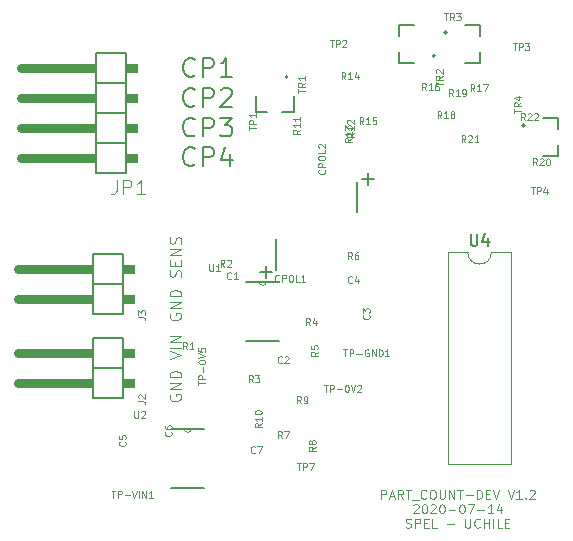
<source format=gbr>
G04 #@! TF.GenerationSoftware,KiCad,Pcbnew,(5.1.2)-2*
G04 #@! TF.CreationDate,2021-11-10T11:30:02-03:00*
G04 #@! TF.ProjectId,PC_V1.2,50435f56-312e-4322-9e6b-696361645f70,rev?*
G04 #@! TF.SameCoordinates,Original*
G04 #@! TF.FileFunction,Legend,Top*
G04 #@! TF.FilePolarity,Positive*
%FSLAX46Y46*%
G04 Gerber Fmt 4.6, Leading zero omitted, Abs format (unit mm)*
G04 Created by KiCad (PCBNEW (5.1.2)-2) date 2021-11-10 11:30:02*
%MOMM*%
%LPD*%
G04 APERTURE LIST*
%ADD10C,0.134112*%
%ADD11C,0.081280*%
%ADD12C,0.065024*%
%ADD13C,0.120000*%
%ADD14C,0.127000*%
%ADD15C,0.203200*%
%ADD16C,0.200000*%
%ADD17C,0.152400*%
%ADD18C,0.100000*%
%ADD19C,0.762000*%
%ADD20C,0.150000*%
%ADD21C,0.046329*%
%ADD22C,0.115824*%
%ADD23C,0.057912*%
%ADD24C,0.120650*%
G04 APERTURE END LIST*
D10*
X135409504Y-88914142D02*
X135333667Y-88989979D01*
X135106155Y-89065816D01*
X134954481Y-89065816D01*
X134726969Y-88989979D01*
X134575295Y-88838305D01*
X134499458Y-88686631D01*
X134423621Y-88383282D01*
X134423621Y-88155771D01*
X134499458Y-87852422D01*
X134575295Y-87700748D01*
X134726969Y-87549074D01*
X134954481Y-87473236D01*
X135106155Y-87473236D01*
X135333667Y-87549074D01*
X135409504Y-87624911D01*
X136092038Y-89065816D02*
X136092038Y-87473236D01*
X136698735Y-87473236D01*
X136850409Y-87549074D01*
X136926247Y-87624911D01*
X137002084Y-87776585D01*
X137002084Y-88004096D01*
X136926247Y-88155771D01*
X136850409Y-88231608D01*
X136698735Y-88307445D01*
X136092038Y-88307445D01*
X138518827Y-89065816D02*
X137608781Y-89065816D01*
X138063804Y-89065816D02*
X138063804Y-87473236D01*
X137912129Y-87700748D01*
X137760455Y-87852422D01*
X137608781Y-87928259D01*
X135409504Y-91437124D02*
X135333667Y-91512961D01*
X135106155Y-91588798D01*
X134954481Y-91588798D01*
X134726969Y-91512961D01*
X134575295Y-91361287D01*
X134499458Y-91209613D01*
X134423621Y-90906264D01*
X134423621Y-90678753D01*
X134499458Y-90375404D01*
X134575295Y-90223730D01*
X134726969Y-90072056D01*
X134954481Y-89996218D01*
X135106155Y-89996218D01*
X135333667Y-90072056D01*
X135409504Y-90147893D01*
X136092038Y-91588798D02*
X136092038Y-89996218D01*
X136698735Y-89996218D01*
X136850409Y-90072056D01*
X136926247Y-90147893D01*
X137002084Y-90299567D01*
X137002084Y-90527078D01*
X136926247Y-90678753D01*
X136850409Y-90754590D01*
X136698735Y-90830427D01*
X136092038Y-90830427D01*
X137608781Y-90147893D02*
X137684618Y-90072056D01*
X137836292Y-89996218D01*
X138215478Y-89996218D01*
X138367152Y-90072056D01*
X138442989Y-90147893D01*
X138518827Y-90299567D01*
X138518827Y-90451241D01*
X138442989Y-90678753D01*
X137532944Y-91588798D01*
X138518827Y-91588798D01*
X135409504Y-93960106D02*
X135333667Y-94035943D01*
X135106155Y-94111780D01*
X134954481Y-94111780D01*
X134726969Y-94035943D01*
X134575295Y-93884269D01*
X134499458Y-93732595D01*
X134423621Y-93429246D01*
X134423621Y-93201735D01*
X134499458Y-92898386D01*
X134575295Y-92746712D01*
X134726969Y-92595038D01*
X134954481Y-92519200D01*
X135106155Y-92519200D01*
X135333667Y-92595038D01*
X135409504Y-92670875D01*
X136092038Y-94111780D02*
X136092038Y-92519200D01*
X136698735Y-92519200D01*
X136850409Y-92595038D01*
X136926247Y-92670875D01*
X137002084Y-92822549D01*
X137002084Y-93050060D01*
X136926247Y-93201735D01*
X136850409Y-93277572D01*
X136698735Y-93353409D01*
X136092038Y-93353409D01*
X137532944Y-92519200D02*
X138518827Y-92519200D01*
X137987967Y-93125898D01*
X138215478Y-93125898D01*
X138367152Y-93201735D01*
X138442989Y-93277572D01*
X138518827Y-93429246D01*
X138518827Y-93808432D01*
X138442989Y-93960106D01*
X138367152Y-94035943D01*
X138215478Y-94111780D01*
X137760455Y-94111780D01*
X137608781Y-94035943D01*
X137532944Y-93960106D01*
X135409504Y-96483088D02*
X135333667Y-96558925D01*
X135106155Y-96634762D01*
X134954481Y-96634762D01*
X134726969Y-96558925D01*
X134575295Y-96407251D01*
X134499458Y-96255577D01*
X134423621Y-95952228D01*
X134423621Y-95724717D01*
X134499458Y-95421368D01*
X134575295Y-95269694D01*
X134726969Y-95118020D01*
X134954481Y-95042182D01*
X135106155Y-95042182D01*
X135333667Y-95118020D01*
X135409504Y-95193857D01*
X136092038Y-96634762D02*
X136092038Y-95042182D01*
X136698735Y-95042182D01*
X136850409Y-95118020D01*
X136926247Y-95193857D01*
X137002084Y-95345531D01*
X137002084Y-95573042D01*
X136926247Y-95724717D01*
X136850409Y-95800554D01*
X136698735Y-95876391D01*
X136092038Y-95876391D01*
X138367152Y-95573042D02*
X138367152Y-96634762D01*
X137987967Y-94966345D02*
X137608781Y-96103902D01*
X138594664Y-96103902D01*
D11*
X133321900Y-109130377D02*
X133275938Y-109222301D01*
X133275938Y-109360187D01*
X133321900Y-109498072D01*
X133413823Y-109589996D01*
X133505747Y-109635958D01*
X133689595Y-109681920D01*
X133827480Y-109681920D01*
X134011328Y-109635958D01*
X134103252Y-109589996D01*
X134195176Y-109498072D01*
X134241138Y-109360187D01*
X134241138Y-109268263D01*
X134195176Y-109130377D01*
X134149214Y-109084415D01*
X133827480Y-109084415D01*
X133827480Y-109268263D01*
X134241138Y-108670758D02*
X133275938Y-108670758D01*
X134241138Y-108119215D01*
X133275938Y-108119215D01*
X134241138Y-107659596D02*
X133275938Y-107659596D01*
X133275938Y-107429787D01*
X133321900Y-107291901D01*
X133413823Y-107199977D01*
X133505747Y-107154015D01*
X133689595Y-107108053D01*
X133827480Y-107108053D01*
X134011328Y-107154015D01*
X134103252Y-107199977D01*
X134195176Y-107291901D01*
X134241138Y-107429787D01*
X134241138Y-107659596D01*
X134195176Y-106004968D02*
X134241138Y-105867082D01*
X134241138Y-105637272D01*
X134195176Y-105545348D01*
X134149214Y-105499387D01*
X134057290Y-105453425D01*
X133965366Y-105453425D01*
X133873442Y-105499387D01*
X133827480Y-105545348D01*
X133781519Y-105637272D01*
X133735557Y-105821120D01*
X133689595Y-105913044D01*
X133643633Y-105959006D01*
X133551709Y-106004968D01*
X133459785Y-106004968D01*
X133367861Y-105959006D01*
X133321900Y-105913044D01*
X133275938Y-105821120D01*
X133275938Y-105591310D01*
X133321900Y-105453425D01*
X133735557Y-105039768D02*
X133735557Y-104718034D01*
X134241138Y-104580148D02*
X134241138Y-105039768D01*
X133275938Y-105039768D01*
X133275938Y-104580148D01*
X134241138Y-104166491D02*
X133275938Y-104166491D01*
X134241138Y-103614948D01*
X133275938Y-103614948D01*
X134195176Y-103201291D02*
X134241138Y-103063406D01*
X134241138Y-102833596D01*
X134195176Y-102741672D01*
X134149214Y-102695710D01*
X134057290Y-102649748D01*
X133965366Y-102649748D01*
X133873442Y-102695710D01*
X133827480Y-102741672D01*
X133781519Y-102833596D01*
X133735557Y-103017444D01*
X133689595Y-103109368D01*
X133643633Y-103155329D01*
X133551709Y-103201291D01*
X133459785Y-103201291D01*
X133367861Y-103155329D01*
X133321900Y-103109368D01*
X133275938Y-103017444D01*
X133275938Y-102787634D01*
X133321900Y-102649748D01*
X133321900Y-115988377D02*
X133275938Y-116080301D01*
X133275938Y-116218187D01*
X133321900Y-116356072D01*
X133413823Y-116447996D01*
X133505747Y-116493958D01*
X133689595Y-116539920D01*
X133827480Y-116539920D01*
X134011328Y-116493958D01*
X134103252Y-116447996D01*
X134195176Y-116356072D01*
X134241138Y-116218187D01*
X134241138Y-116126263D01*
X134195176Y-115988377D01*
X134149214Y-115942415D01*
X133827480Y-115942415D01*
X133827480Y-116126263D01*
X134241138Y-115528758D02*
X133275938Y-115528758D01*
X134241138Y-114977215D01*
X133275938Y-114977215D01*
X134241138Y-114517596D02*
X133275938Y-114517596D01*
X133275938Y-114287787D01*
X133321900Y-114149901D01*
X133413823Y-114057977D01*
X133505747Y-114012015D01*
X133689595Y-113966053D01*
X133827480Y-113966053D01*
X134011328Y-114012015D01*
X134103252Y-114057977D01*
X134195176Y-114149901D01*
X134241138Y-114287787D01*
X134241138Y-114517596D01*
X133275938Y-112954891D02*
X134241138Y-112633158D01*
X133275938Y-112311425D01*
X134241138Y-111989691D02*
X133275938Y-111989691D01*
X134241138Y-111530072D02*
X133275938Y-111530072D01*
X134241138Y-110978529D01*
X133275938Y-110978529D01*
D12*
X151165279Y-124792646D02*
X151165279Y-124020486D01*
X151459435Y-124020486D01*
X151532974Y-124057256D01*
X151569743Y-124094025D01*
X151606513Y-124167564D01*
X151606513Y-124277873D01*
X151569743Y-124351412D01*
X151532974Y-124388181D01*
X151459435Y-124424951D01*
X151165279Y-124424951D01*
X151900669Y-124572029D02*
X152268364Y-124572029D01*
X151827130Y-124792646D02*
X152084517Y-124020486D01*
X152341903Y-124792646D01*
X153040524Y-124792646D02*
X152783138Y-124424951D01*
X152599290Y-124792646D02*
X152599290Y-124020486D01*
X152893446Y-124020486D01*
X152966985Y-124057256D01*
X153003755Y-124094025D01*
X153040524Y-124167564D01*
X153040524Y-124277873D01*
X153003755Y-124351412D01*
X152966985Y-124388181D01*
X152893446Y-124424951D01*
X152599290Y-124424951D01*
X153261141Y-124020486D02*
X153702376Y-124020486D01*
X153481759Y-124792646D02*
X153481759Y-124020486D01*
X153775915Y-124866185D02*
X154364227Y-124866185D01*
X154989309Y-124719107D02*
X154952540Y-124755876D01*
X154842231Y-124792646D01*
X154768692Y-124792646D01*
X154658383Y-124755876D01*
X154584844Y-124682337D01*
X154548075Y-124608798D01*
X154511305Y-124461720D01*
X154511305Y-124351412D01*
X154548075Y-124204334D01*
X154584844Y-124130795D01*
X154658383Y-124057256D01*
X154768692Y-124020486D01*
X154842231Y-124020486D01*
X154952540Y-124057256D01*
X154989309Y-124094025D01*
X155467313Y-124020486D02*
X155614391Y-124020486D01*
X155687930Y-124057256D01*
X155761469Y-124130795D01*
X155798239Y-124277873D01*
X155798239Y-124535259D01*
X155761469Y-124682337D01*
X155687930Y-124755876D01*
X155614391Y-124792646D01*
X155467313Y-124792646D01*
X155393774Y-124755876D01*
X155320235Y-124682337D01*
X155283465Y-124535259D01*
X155283465Y-124277873D01*
X155320235Y-124130795D01*
X155393774Y-124057256D01*
X155467313Y-124020486D01*
X156129164Y-124020486D02*
X156129164Y-124645568D01*
X156165934Y-124719107D01*
X156202703Y-124755876D01*
X156276242Y-124792646D01*
X156423320Y-124792646D01*
X156496860Y-124755876D01*
X156533629Y-124719107D01*
X156570399Y-124645568D01*
X156570399Y-124020486D01*
X156938094Y-124792646D02*
X156938094Y-124020486D01*
X157379328Y-124792646D01*
X157379328Y-124020486D01*
X157636715Y-124020486D02*
X158077949Y-124020486D01*
X157857332Y-124792646D02*
X157857332Y-124020486D01*
X158335336Y-124498490D02*
X158923648Y-124498490D01*
X159291343Y-124792646D02*
X159291343Y-124020486D01*
X159475191Y-124020486D01*
X159585500Y-124057256D01*
X159659039Y-124130795D01*
X159695808Y-124204334D01*
X159732578Y-124351412D01*
X159732578Y-124461720D01*
X159695808Y-124608798D01*
X159659039Y-124682337D01*
X159585500Y-124755876D01*
X159475191Y-124792646D01*
X159291343Y-124792646D01*
X160063503Y-124388181D02*
X160320890Y-124388181D01*
X160431199Y-124792646D02*
X160063503Y-124792646D01*
X160063503Y-124020486D01*
X160431199Y-124020486D01*
X160651816Y-124020486D02*
X160909202Y-124792646D01*
X161166589Y-124020486D01*
X161901980Y-124020486D02*
X162159366Y-124792646D01*
X162416753Y-124020486D01*
X163078604Y-124792646D02*
X162637370Y-124792646D01*
X162857987Y-124792646D02*
X162857987Y-124020486D01*
X162784448Y-124130795D01*
X162710909Y-124204334D01*
X162637370Y-124241103D01*
X163409530Y-124719107D02*
X163446300Y-124755876D01*
X163409530Y-124792646D01*
X163372760Y-124755876D01*
X163409530Y-124719107D01*
X163409530Y-124792646D01*
X163740456Y-124094025D02*
X163777225Y-124057256D01*
X163850764Y-124020486D01*
X164034612Y-124020486D01*
X164108151Y-124057256D01*
X164144920Y-124094025D01*
X164181690Y-124167564D01*
X164181690Y-124241103D01*
X164144920Y-124351412D01*
X163703686Y-124792646D01*
X164181690Y-124792646D01*
X153904608Y-125317289D02*
X153941378Y-125280520D01*
X154014917Y-125243750D01*
X154198764Y-125243750D01*
X154272303Y-125280520D01*
X154309073Y-125317289D01*
X154345842Y-125390828D01*
X154345842Y-125464367D01*
X154309073Y-125574676D01*
X153867839Y-126015910D01*
X154345842Y-126015910D01*
X154823846Y-125243750D02*
X154897385Y-125243750D01*
X154970924Y-125280520D01*
X155007694Y-125317289D01*
X155044463Y-125390828D01*
X155081233Y-125537906D01*
X155081233Y-125721754D01*
X155044463Y-125868832D01*
X155007694Y-125942371D01*
X154970924Y-125979140D01*
X154897385Y-126015910D01*
X154823846Y-126015910D01*
X154750307Y-125979140D01*
X154713538Y-125942371D01*
X154676768Y-125868832D01*
X154639999Y-125721754D01*
X154639999Y-125537906D01*
X154676768Y-125390828D01*
X154713538Y-125317289D01*
X154750307Y-125280520D01*
X154823846Y-125243750D01*
X155375389Y-125317289D02*
X155412159Y-125280520D01*
X155485698Y-125243750D01*
X155669545Y-125243750D01*
X155743084Y-125280520D01*
X155779854Y-125317289D01*
X155816623Y-125390828D01*
X155816623Y-125464367D01*
X155779854Y-125574676D01*
X155338620Y-126015910D01*
X155816623Y-126015910D01*
X156294627Y-125243750D02*
X156368166Y-125243750D01*
X156441705Y-125280520D01*
X156478475Y-125317289D01*
X156515244Y-125390828D01*
X156552014Y-125537906D01*
X156552014Y-125721754D01*
X156515244Y-125868832D01*
X156478475Y-125942371D01*
X156441705Y-125979140D01*
X156368166Y-126015910D01*
X156294627Y-126015910D01*
X156221088Y-125979140D01*
X156184319Y-125942371D01*
X156147549Y-125868832D01*
X156110780Y-125721754D01*
X156110780Y-125537906D01*
X156147549Y-125390828D01*
X156184319Y-125317289D01*
X156221088Y-125280520D01*
X156294627Y-125243750D01*
X156882940Y-125721754D02*
X157471252Y-125721754D01*
X157986025Y-125243750D02*
X158059564Y-125243750D01*
X158133103Y-125280520D01*
X158169873Y-125317289D01*
X158206642Y-125390828D01*
X158243412Y-125537906D01*
X158243412Y-125721754D01*
X158206642Y-125868832D01*
X158169873Y-125942371D01*
X158133103Y-125979140D01*
X158059564Y-126015910D01*
X157986025Y-126015910D01*
X157912486Y-125979140D01*
X157875717Y-125942371D01*
X157838947Y-125868832D01*
X157802178Y-125721754D01*
X157802178Y-125537906D01*
X157838947Y-125390828D01*
X157875717Y-125317289D01*
X157912486Y-125280520D01*
X157986025Y-125243750D01*
X158500799Y-125243750D02*
X159015572Y-125243750D01*
X158684646Y-126015910D01*
X159309728Y-125721754D02*
X159898040Y-125721754D01*
X160670200Y-126015910D02*
X160228966Y-126015910D01*
X160449583Y-126015910D02*
X160449583Y-125243750D01*
X160376044Y-125354059D01*
X160302505Y-125427598D01*
X160228966Y-125464367D01*
X161332052Y-125501137D02*
X161332052Y-126015910D01*
X161148204Y-125206980D02*
X160964357Y-125758523D01*
X161442360Y-125758523D01*
X153279526Y-127202404D02*
X153389835Y-127239174D01*
X153573682Y-127239174D01*
X153647221Y-127202404D01*
X153683991Y-127165635D01*
X153720760Y-127092096D01*
X153720760Y-127018557D01*
X153683991Y-126945018D01*
X153647221Y-126908248D01*
X153573682Y-126871479D01*
X153426604Y-126834709D01*
X153353065Y-126797940D01*
X153316296Y-126761170D01*
X153279526Y-126687631D01*
X153279526Y-126614092D01*
X153316296Y-126540553D01*
X153353065Y-126503784D01*
X153426604Y-126467014D01*
X153610452Y-126467014D01*
X153720760Y-126503784D01*
X154051686Y-127239174D02*
X154051686Y-126467014D01*
X154345842Y-126467014D01*
X154419381Y-126503784D01*
X154456151Y-126540553D01*
X154492920Y-126614092D01*
X154492920Y-126724401D01*
X154456151Y-126797940D01*
X154419381Y-126834709D01*
X154345842Y-126871479D01*
X154051686Y-126871479D01*
X154823846Y-126834709D02*
X155081233Y-126834709D01*
X155191541Y-127239174D02*
X154823846Y-127239174D01*
X154823846Y-126467014D01*
X155191541Y-126467014D01*
X155890162Y-127239174D02*
X155522467Y-127239174D01*
X155522467Y-126467014D01*
X156735861Y-126945018D02*
X157324174Y-126945018D01*
X158280181Y-126467014D02*
X158280181Y-127092096D01*
X158316951Y-127165635D01*
X158353720Y-127202404D01*
X158427260Y-127239174D01*
X158574338Y-127239174D01*
X158647877Y-127202404D01*
X158684646Y-127165635D01*
X158721416Y-127092096D01*
X158721416Y-126467014D01*
X159530345Y-127165635D02*
X159493576Y-127202404D01*
X159383267Y-127239174D01*
X159309728Y-127239174D01*
X159199420Y-127202404D01*
X159125880Y-127128865D01*
X159089111Y-127055326D01*
X159052341Y-126908248D01*
X159052341Y-126797940D01*
X159089111Y-126650862D01*
X159125880Y-126577323D01*
X159199420Y-126503784D01*
X159309728Y-126467014D01*
X159383267Y-126467014D01*
X159493576Y-126503784D01*
X159530345Y-126540553D01*
X159861271Y-127239174D02*
X159861271Y-126467014D01*
X159861271Y-126834709D02*
X160302505Y-126834709D01*
X160302505Y-127239174D02*
X160302505Y-126467014D01*
X160670200Y-127239174D02*
X160670200Y-126467014D01*
X161405591Y-127239174D02*
X161037896Y-127239174D01*
X161037896Y-126467014D01*
X161662978Y-126834709D02*
X161920364Y-126834709D01*
X162030673Y-127239174D02*
X161662978Y-127239174D01*
X161662978Y-126467014D01*
X162030673Y-126467014D01*
D13*
X162160000Y-103920000D02*
X160510000Y-103920000D01*
X162160000Y-121820000D02*
X162160000Y-103920000D01*
X156860000Y-121820000D02*
X162160000Y-121820000D01*
X156860000Y-103920000D02*
X156860000Y-121820000D01*
X158510000Y-103920000D02*
X156860000Y-103920000D01*
X160510000Y-103920000D02*
G75*
G02X158510000Y-103920000I-1000000J0D01*
G01*
D14*
X141907100Y-105600600D02*
X140891100Y-105600600D01*
X141399100Y-106108600D02*
X141399100Y-105092600D01*
D15*
X142314100Y-105387600D02*
X142314100Y-102790600D01*
D14*
X149527100Y-97726600D02*
X150543100Y-97726600D01*
X150035100Y-97218600D02*
X150035100Y-98234600D01*
D15*
X149120100Y-97939600D02*
X149120100Y-100536600D01*
D16*
X143261100Y-89076600D02*
G75*
G03X143261100Y-89076600I-100000J0D01*
G01*
D14*
X140546100Y-92026600D02*
X140546100Y-90726600D01*
X141496100Y-92026600D02*
X140546100Y-92026600D01*
X143776100Y-92026600D02*
X142826100Y-92026600D01*
X143776100Y-90726600D02*
X143776100Y-92026600D01*
D16*
X155737100Y-87296600D02*
G75*
G03X155737100Y-87296600I-100000J0D01*
G01*
D14*
X152687100Y-84681600D02*
X153987100Y-84681600D01*
X152687100Y-85631600D02*
X152687100Y-84681600D01*
X152687100Y-87911600D02*
X152687100Y-86961600D01*
X153987100Y-87911600D02*
X152687100Y-87911600D01*
D16*
X156725100Y-85296600D02*
G75*
G03X156725100Y-85296600I-100000J0D01*
G01*
D14*
X159575100Y-87911600D02*
X158275100Y-87911600D01*
X159575100Y-86961600D02*
X159575100Y-87911600D01*
X159575100Y-84681600D02*
X159575100Y-85631600D01*
X158275100Y-84681600D02*
X159575100Y-84681600D01*
D16*
X163329100Y-93170600D02*
G75*
G03X163329100Y-93170600I-100000J0D01*
G01*
D14*
X166179100Y-95785600D02*
X164879100Y-95785600D01*
X166179100Y-94835600D02*
X166179100Y-95785600D01*
X166179100Y-92555600D02*
X166179100Y-93505600D01*
X164879100Y-92555600D02*
X166179100Y-92555600D01*
D13*
X140840300Y-106413400D02*
G75*
G03X141449900Y-106413400I304800J0D01*
G01*
D17*
X140840300Y-106413400D02*
X139773500Y-106413400D01*
X141449900Y-106413400D02*
X140840300Y-106413400D01*
X142516700Y-106413400D02*
X141449900Y-106413400D01*
X139773500Y-111391800D02*
X142516700Y-111391800D01*
D13*
X134490300Y-118859400D02*
G75*
G03X135099900Y-118859400I304800J0D01*
G01*
D17*
X134490300Y-118859400D02*
X133423500Y-118859400D01*
X135099900Y-118859400D02*
X134490300Y-118859400D01*
X136166700Y-118859400D02*
X135099900Y-118859400D01*
X133423500Y-123837800D02*
X136166700Y-123837800D01*
D18*
G36*
X130350100Y-112839600D02*
G01*
X130350100Y-112077600D01*
X129334100Y-112077600D01*
X129334100Y-112839600D01*
X130350100Y-112839600D01*
G37*
G36*
X130350100Y-115379600D02*
G01*
X130350100Y-114617600D01*
X129334100Y-114617600D01*
X129334100Y-115379600D01*
X130350100Y-115379600D01*
G37*
G36*
X126794100Y-112839600D02*
G01*
X126794100Y-112077600D01*
X126286100Y-112077600D01*
X126286100Y-112839600D01*
X126794100Y-112839600D01*
G37*
G36*
X126794100Y-115379600D02*
G01*
X126794100Y-114617600D01*
X126286100Y-114617600D01*
X126286100Y-115379600D01*
X126794100Y-115379600D01*
G37*
D19*
X120444100Y-112458600D02*
X126159100Y-112458600D01*
D17*
X126794100Y-111188600D02*
X126794100Y-113728600D01*
X129334100Y-111188600D02*
X126794100Y-111188600D01*
X129334100Y-113728600D02*
X129334100Y-111188600D01*
D19*
X120444100Y-114998600D02*
X126159100Y-114998600D01*
D17*
X126794100Y-116268600D02*
X129334100Y-116268600D01*
X126794100Y-113728600D02*
X126794100Y-116268600D01*
X129334100Y-113728600D02*
X126794100Y-113728600D01*
X129334100Y-116268600D02*
X129334100Y-113728600D01*
D18*
G36*
X130350100Y-105727600D02*
G01*
X130350100Y-104965600D01*
X129334100Y-104965600D01*
X129334100Y-105727600D01*
X130350100Y-105727600D01*
G37*
G36*
X130350100Y-108267600D02*
G01*
X130350100Y-107505600D01*
X129334100Y-107505600D01*
X129334100Y-108267600D01*
X130350100Y-108267600D01*
G37*
G36*
X126794100Y-105727600D02*
G01*
X126794100Y-104965600D01*
X126286100Y-104965600D01*
X126286100Y-105727600D01*
X126794100Y-105727600D01*
G37*
G36*
X126794100Y-108267600D02*
G01*
X126794100Y-107505600D01*
X126286100Y-107505600D01*
X126286100Y-108267600D01*
X126794100Y-108267600D01*
G37*
D19*
X120444100Y-105346600D02*
X126159100Y-105346600D01*
D17*
X126794100Y-104076600D02*
X126794100Y-106616600D01*
X129334100Y-104076600D02*
X126794100Y-104076600D01*
X129334100Y-106616600D02*
X129334100Y-104076600D01*
D19*
X120444100Y-107886600D02*
X126159100Y-107886600D01*
D17*
X126794100Y-109156600D02*
X129334100Y-109156600D01*
X126794100Y-106616600D02*
X126794100Y-109156600D01*
X129334100Y-106616600D02*
X126794100Y-106616600D01*
X129334100Y-109156600D02*
X129334100Y-106616600D01*
D18*
G36*
X130604100Y-88709600D02*
G01*
X130604100Y-87947600D01*
X129588100Y-87947600D01*
X129588100Y-88709600D01*
X130604100Y-88709600D01*
G37*
G36*
X130604100Y-91249600D02*
G01*
X130604100Y-90487600D01*
X129588100Y-90487600D01*
X129588100Y-91249600D01*
X130604100Y-91249600D01*
G37*
G36*
X130604100Y-93789600D02*
G01*
X130604100Y-93027600D01*
X129588100Y-93027600D01*
X129588100Y-93789600D01*
X130604100Y-93789600D01*
G37*
G36*
X130604100Y-96329600D02*
G01*
X130604100Y-95567600D01*
X129588100Y-95567600D01*
X129588100Y-96329600D01*
X130604100Y-96329600D01*
G37*
G36*
X127048100Y-88709600D02*
G01*
X127048100Y-87947600D01*
X126540100Y-87947600D01*
X126540100Y-88709600D01*
X127048100Y-88709600D01*
G37*
G36*
X127048100Y-91249600D02*
G01*
X127048100Y-90487600D01*
X126540100Y-90487600D01*
X126540100Y-91249600D01*
X127048100Y-91249600D01*
G37*
G36*
X127048100Y-93789600D02*
G01*
X127048100Y-93027600D01*
X126540100Y-93027600D01*
X126540100Y-93789600D01*
X127048100Y-93789600D01*
G37*
G36*
X127048100Y-96329600D02*
G01*
X127048100Y-95567600D01*
X126540100Y-95567600D01*
X126540100Y-96329600D01*
X127048100Y-96329600D01*
G37*
D19*
X120698100Y-88328600D02*
X126413100Y-88328600D01*
D17*
X127048100Y-87058600D02*
X127048100Y-89598600D01*
X129588100Y-87058600D02*
X127048100Y-87058600D01*
X129588100Y-89598600D02*
X129588100Y-87058600D01*
D19*
X120698100Y-90868600D02*
X126413100Y-90868600D01*
D17*
X127048100Y-89598600D02*
X127048100Y-92138600D01*
X129588100Y-89598600D02*
X127048100Y-89598600D01*
X129588100Y-92138600D02*
X129588100Y-89598600D01*
D19*
X120698100Y-93408600D02*
X126413100Y-93408600D01*
D17*
X127048100Y-92138600D02*
X127048100Y-94678600D01*
X129588100Y-92138600D02*
X127048100Y-92138600D01*
X129588100Y-94678600D02*
X129588100Y-92138600D01*
D19*
X120698100Y-95948600D02*
X126413100Y-95948600D01*
D17*
X127048100Y-97218600D02*
X129588100Y-97218600D01*
X127048100Y-94678600D02*
X127048100Y-97218600D01*
X129588100Y-94678600D02*
X127048100Y-94678600D01*
X129588100Y-97218600D02*
X129588100Y-94678600D01*
D20*
X158748095Y-102372380D02*
X158748095Y-103181904D01*
X158795714Y-103277142D01*
X158843333Y-103324761D01*
X158938571Y-103372380D01*
X159129047Y-103372380D01*
X159224285Y-103324761D01*
X159271904Y-103277142D01*
X159319523Y-103181904D01*
X159319523Y-102372380D01*
X160224285Y-102705714D02*
X160224285Y-103372380D01*
X159986190Y-102324761D02*
X159748095Y-103039047D01*
X160367142Y-103039047D01*
D21*
X138469025Y-106152868D02*
X138441448Y-106180445D01*
X138358716Y-106208022D01*
X138303562Y-106208022D01*
X138220830Y-106180445D01*
X138165676Y-106125291D01*
X138138099Y-106070137D01*
X138110522Y-105959828D01*
X138110522Y-105877097D01*
X138138099Y-105766788D01*
X138165676Y-105711634D01*
X138220830Y-105656480D01*
X138303562Y-105628902D01*
X138358716Y-105628902D01*
X138441448Y-105656480D01*
X138469025Y-105684057D01*
X139020568Y-106208022D02*
X138689642Y-106208022D01*
X138855105Y-106208022D02*
X138855105Y-105628902D01*
X138799950Y-105711634D01*
X138744796Y-105766788D01*
X138689642Y-105794365D01*
X142787025Y-113264868D02*
X142759448Y-113292445D01*
X142676716Y-113320022D01*
X142621562Y-113320022D01*
X142538830Y-113292445D01*
X142483676Y-113237291D01*
X142456099Y-113182137D01*
X142428522Y-113071828D01*
X142428522Y-112989097D01*
X142456099Y-112878788D01*
X142483676Y-112823634D01*
X142538830Y-112768480D01*
X142621562Y-112740902D01*
X142676716Y-112740902D01*
X142759448Y-112768480D01*
X142787025Y-112796057D01*
X143007642Y-112796057D02*
X143035219Y-112768480D01*
X143090373Y-112740902D01*
X143228259Y-112740902D01*
X143283413Y-112768480D01*
X143310990Y-112796057D01*
X143338568Y-112851211D01*
X143338568Y-112906365D01*
X143310990Y-112989097D01*
X142980065Y-113320022D01*
X143338568Y-113320022D01*
X150150488Y-109213565D02*
X150178065Y-109241142D01*
X150205642Y-109323873D01*
X150205642Y-109379028D01*
X150178065Y-109461759D01*
X150122911Y-109516913D01*
X150067757Y-109544490D01*
X149957448Y-109572068D01*
X149874717Y-109572068D01*
X149764408Y-109544490D01*
X149709254Y-109516913D01*
X149654100Y-109461759D01*
X149626522Y-109379028D01*
X149626522Y-109323873D01*
X149654100Y-109241142D01*
X149681677Y-109213565D01*
X149626522Y-109020525D02*
X149626522Y-108662022D01*
X149847140Y-108855062D01*
X149847140Y-108772330D01*
X149874717Y-108717176D01*
X149902294Y-108689599D01*
X149957448Y-108662022D01*
X150095334Y-108662022D01*
X150150488Y-108689599D01*
X150178065Y-108717176D01*
X150205642Y-108772330D01*
X150205642Y-108937793D01*
X150178065Y-108992948D01*
X150150488Y-109020525D01*
X148708134Y-106477988D02*
X148680557Y-106505565D01*
X148597826Y-106533142D01*
X148542671Y-106533142D01*
X148459940Y-106505565D01*
X148404786Y-106450411D01*
X148377209Y-106395257D01*
X148349631Y-106284948D01*
X148349631Y-106202217D01*
X148377209Y-106091908D01*
X148404786Y-106036754D01*
X148459940Y-105981600D01*
X148542671Y-105954022D01*
X148597826Y-105954022D01*
X148680557Y-105981600D01*
X148708134Y-106009177D01*
X149204523Y-106147062D02*
X149204523Y-106533142D01*
X149066637Y-105926445D02*
X148928751Y-106340102D01*
X149287254Y-106340102D01*
X129505368Y-119960674D02*
X129532945Y-119988251D01*
X129560522Y-120070983D01*
X129560522Y-120126137D01*
X129532945Y-120208869D01*
X129477791Y-120264023D01*
X129422637Y-120291600D01*
X129312328Y-120319177D01*
X129229597Y-120319177D01*
X129119288Y-120291600D01*
X129064134Y-120264023D01*
X129008980Y-120208869D01*
X128981402Y-120126137D01*
X128981402Y-120070983D01*
X129008980Y-119988251D01*
X129036557Y-119960674D01*
X128981402Y-119436709D02*
X128981402Y-119712480D01*
X129257174Y-119740057D01*
X129229597Y-119712480D01*
X129202020Y-119657326D01*
X129202020Y-119519440D01*
X129229597Y-119464286D01*
X129257174Y-119436709D01*
X129312328Y-119409131D01*
X129450214Y-119409131D01*
X129505368Y-119436709D01*
X129532945Y-119464286D01*
X129560522Y-119519440D01*
X129560522Y-119657326D01*
X129532945Y-119712480D01*
X129505368Y-119740057D01*
X133386488Y-119119565D02*
X133414065Y-119147142D01*
X133441642Y-119229873D01*
X133441642Y-119285028D01*
X133414065Y-119367759D01*
X133358911Y-119422913D01*
X133303757Y-119450490D01*
X133193448Y-119478068D01*
X133110717Y-119478068D01*
X133000408Y-119450490D01*
X132945254Y-119422913D01*
X132890100Y-119367759D01*
X132862522Y-119285028D01*
X132862522Y-119229873D01*
X132890100Y-119147142D01*
X132917677Y-119119565D01*
X132862522Y-118623176D02*
X132862522Y-118733485D01*
X132890100Y-118788639D01*
X132917677Y-118816216D01*
X133000408Y-118871370D01*
X133110717Y-118898948D01*
X133331334Y-118898948D01*
X133386488Y-118871370D01*
X133414065Y-118843793D01*
X133441642Y-118788639D01*
X133441642Y-118678330D01*
X133414065Y-118623176D01*
X133386488Y-118595599D01*
X133331334Y-118568022D01*
X133193448Y-118568022D01*
X133138294Y-118595599D01*
X133110717Y-118623176D01*
X133083140Y-118678330D01*
X133083140Y-118788639D01*
X133110717Y-118843793D01*
X133138294Y-118871370D01*
X133193448Y-118898948D01*
X140501025Y-120884868D02*
X140473448Y-120912445D01*
X140390716Y-120940022D01*
X140335562Y-120940022D01*
X140252830Y-120912445D01*
X140197676Y-120857291D01*
X140170099Y-120802137D01*
X140142522Y-120691828D01*
X140142522Y-120609097D01*
X140170099Y-120498788D01*
X140197676Y-120443634D01*
X140252830Y-120388480D01*
X140335562Y-120360902D01*
X140390716Y-120360902D01*
X140473448Y-120388480D01*
X140501025Y-120416057D01*
X140694065Y-120360902D02*
X141080145Y-120360902D01*
X140831950Y-120940022D01*
D22*
X142563334Y-106350988D02*
X142535757Y-106378565D01*
X142453025Y-106406142D01*
X142397871Y-106406142D01*
X142315140Y-106378565D01*
X142259985Y-106323411D01*
X142232408Y-106268257D01*
X142204831Y-106157948D01*
X142204831Y-106075217D01*
X142232408Y-105964908D01*
X142259985Y-105909754D01*
X142315140Y-105854600D01*
X142397871Y-105827022D01*
X142453025Y-105827022D01*
X142535757Y-105854600D01*
X142563334Y-105882177D01*
X142811528Y-106406142D02*
X142811528Y-105827022D01*
X143032145Y-105827022D01*
X143087300Y-105854600D01*
X143114877Y-105882177D01*
X143142454Y-105937331D01*
X143142454Y-106020062D01*
X143114877Y-106075217D01*
X143087300Y-106102794D01*
X143032145Y-106130371D01*
X142811528Y-106130371D01*
X143500957Y-105827022D02*
X143611265Y-105827022D01*
X143666420Y-105854600D01*
X143721574Y-105909754D01*
X143749151Y-106020062D01*
X143749151Y-106213102D01*
X143721574Y-106323411D01*
X143666420Y-106378565D01*
X143611265Y-106406142D01*
X143500957Y-106406142D01*
X143445802Y-106378565D01*
X143390648Y-106323411D01*
X143363071Y-106213102D01*
X143363071Y-106020062D01*
X143390648Y-105909754D01*
X143445802Y-105854600D01*
X143500957Y-105827022D01*
X144273117Y-106406142D02*
X143997345Y-106406142D01*
X143997345Y-105827022D01*
X144769505Y-106406142D02*
X144438580Y-106406142D01*
X144604042Y-106406142D02*
X144604042Y-105827022D01*
X144548888Y-105909754D01*
X144493734Y-105964908D01*
X144438580Y-105992485D01*
X146396368Y-96928502D02*
X146423945Y-96956080D01*
X146451522Y-97038811D01*
X146451522Y-97093965D01*
X146423945Y-97176697D01*
X146368791Y-97231851D01*
X146313637Y-97259428D01*
X146203328Y-97287005D01*
X146120597Y-97287005D01*
X146010288Y-97259428D01*
X145955134Y-97231851D01*
X145899980Y-97176697D01*
X145872402Y-97093965D01*
X145872402Y-97038811D01*
X145899980Y-96956080D01*
X145927557Y-96928502D01*
X146451522Y-96680308D02*
X145872402Y-96680308D01*
X145872402Y-96459691D01*
X145899980Y-96404537D01*
X145927557Y-96376960D01*
X145982711Y-96349382D01*
X146065442Y-96349382D01*
X146120597Y-96376960D01*
X146148174Y-96404537D01*
X146175751Y-96459691D01*
X146175751Y-96680308D01*
X145872402Y-95990880D02*
X145872402Y-95880571D01*
X145899980Y-95825417D01*
X145955134Y-95770262D01*
X146065442Y-95742685D01*
X146258482Y-95742685D01*
X146368791Y-95770262D01*
X146423945Y-95825417D01*
X146451522Y-95880571D01*
X146451522Y-95990880D01*
X146423945Y-96046034D01*
X146368791Y-96101188D01*
X146258482Y-96128765D01*
X146065442Y-96128765D01*
X145955134Y-96101188D01*
X145899980Y-96046034D01*
X145872402Y-95990880D01*
X146451522Y-95218720D02*
X146451522Y-95494491D01*
X145872402Y-95494491D01*
X145927557Y-95053257D02*
X145899980Y-95025680D01*
X145872402Y-94970525D01*
X145872402Y-94832640D01*
X145899980Y-94777485D01*
X145927557Y-94749908D01*
X145982711Y-94722331D01*
X146037865Y-94722331D01*
X146120597Y-94749908D01*
X146451522Y-95080834D01*
X146451522Y-94722331D01*
D21*
X134738134Y-112121142D02*
X134545094Y-111845371D01*
X134407209Y-112121142D02*
X134407209Y-111542022D01*
X134627826Y-111542022D01*
X134682980Y-111569600D01*
X134710557Y-111597177D01*
X134738134Y-111652331D01*
X134738134Y-111735062D01*
X134710557Y-111790217D01*
X134682980Y-111817794D01*
X134627826Y-111845371D01*
X134407209Y-111845371D01*
X135289677Y-112121142D02*
X134958751Y-112121142D01*
X135124214Y-112121142D02*
X135124214Y-111542022D01*
X135069060Y-111624754D01*
X135013906Y-111679908D01*
X134958751Y-111707485D01*
X141061642Y-118401108D02*
X140785871Y-118594148D01*
X141061642Y-118732033D02*
X140482522Y-118732033D01*
X140482522Y-118511416D01*
X140510100Y-118456262D01*
X140537677Y-118428685D01*
X140592831Y-118401108D01*
X140675562Y-118401108D01*
X140730717Y-118428685D01*
X140758294Y-118456262D01*
X140785871Y-118511416D01*
X140785871Y-118732033D01*
X141061642Y-117849565D02*
X141061642Y-118180490D01*
X141061642Y-118015028D02*
X140482522Y-118015028D01*
X140565254Y-118070182D01*
X140620408Y-118125336D01*
X140647985Y-118180490D01*
X140482522Y-117491062D02*
X140482522Y-117435908D01*
X140510100Y-117380753D01*
X140537677Y-117353176D01*
X140592831Y-117325599D01*
X140703140Y-117298022D01*
X140841025Y-117298022D01*
X140951334Y-117325599D01*
X141006488Y-117353176D01*
X141034065Y-117380753D01*
X141061642Y-117435908D01*
X141061642Y-117491062D01*
X141034065Y-117546216D01*
X141006488Y-117573793D01*
X140951334Y-117601370D01*
X140841025Y-117628948D01*
X140703140Y-117628948D01*
X140592831Y-117601370D01*
X140537677Y-117573793D01*
X140510100Y-117546216D01*
X140482522Y-117491062D01*
X144292522Y-93544674D02*
X144016751Y-93737714D01*
X144292522Y-93875600D02*
X143713402Y-93875600D01*
X143713402Y-93654983D01*
X143740980Y-93599829D01*
X143768557Y-93572251D01*
X143823711Y-93544674D01*
X143906442Y-93544674D01*
X143961597Y-93572251D01*
X143989174Y-93599829D01*
X144016751Y-93654983D01*
X144016751Y-93875600D01*
X144292522Y-92993131D02*
X144292522Y-93324057D01*
X144292522Y-93158594D02*
X143713402Y-93158594D01*
X143796134Y-93213749D01*
X143851288Y-93268903D01*
X143878865Y-93324057D01*
X144292522Y-92441589D02*
X144292522Y-92772514D01*
X144292522Y-92607051D02*
X143713402Y-92607051D01*
X143796134Y-92662206D01*
X143851288Y-92717360D01*
X143878865Y-92772514D01*
X148864522Y-93798674D02*
X148588751Y-93991714D01*
X148864522Y-94129600D02*
X148285402Y-94129600D01*
X148285402Y-93908983D01*
X148312980Y-93853829D01*
X148340557Y-93826251D01*
X148395711Y-93798674D01*
X148478442Y-93798674D01*
X148533597Y-93826251D01*
X148561174Y-93853829D01*
X148588751Y-93908983D01*
X148588751Y-94129600D01*
X148864522Y-93247131D02*
X148864522Y-93578057D01*
X148864522Y-93412594D02*
X148285402Y-93412594D01*
X148368134Y-93467749D01*
X148423288Y-93522903D01*
X148450865Y-93578057D01*
X148340557Y-93026514D02*
X148312980Y-92998937D01*
X148285402Y-92943783D01*
X148285402Y-92805897D01*
X148312980Y-92750743D01*
X148340557Y-92723166D01*
X148395711Y-92695589D01*
X148450865Y-92695589D01*
X148533597Y-92723166D01*
X148864522Y-93054091D01*
X148864522Y-92695589D01*
X148681642Y-94271108D02*
X148405871Y-94464148D01*
X148681642Y-94602033D02*
X148102522Y-94602033D01*
X148102522Y-94381416D01*
X148130100Y-94326262D01*
X148157677Y-94298685D01*
X148212831Y-94271108D01*
X148295562Y-94271108D01*
X148350717Y-94298685D01*
X148378294Y-94326262D01*
X148405871Y-94381416D01*
X148405871Y-94602033D01*
X148681642Y-93719565D02*
X148681642Y-94050490D01*
X148681642Y-93885028D02*
X148102522Y-93885028D01*
X148185254Y-93940182D01*
X148240408Y-93995336D01*
X148267985Y-94050490D01*
X148102522Y-93526525D02*
X148102522Y-93168022D01*
X148323140Y-93361062D01*
X148323140Y-93278330D01*
X148350717Y-93223176D01*
X148378294Y-93195599D01*
X148433448Y-93168022D01*
X148571334Y-93168022D01*
X148626488Y-93195599D01*
X148654065Y-93223176D01*
X148681642Y-93278330D01*
X148681642Y-93443793D01*
X148654065Y-93498948D01*
X148626488Y-93526525D01*
X148156591Y-89261142D02*
X147963551Y-88985371D01*
X147825666Y-89261142D02*
X147825666Y-88682022D01*
X148046283Y-88682022D01*
X148101437Y-88709600D01*
X148129014Y-88737177D01*
X148156591Y-88792331D01*
X148156591Y-88875062D01*
X148129014Y-88930217D01*
X148101437Y-88957794D01*
X148046283Y-88985371D01*
X147825666Y-88985371D01*
X148708134Y-89261142D02*
X148377209Y-89261142D01*
X148542671Y-89261142D02*
X148542671Y-88682022D01*
X148487517Y-88764754D01*
X148432363Y-88819908D01*
X148377209Y-88847485D01*
X149204523Y-88875062D02*
X149204523Y-89261142D01*
X149066637Y-88654445D02*
X148928751Y-89068102D01*
X149287254Y-89068102D01*
X149680591Y-93071142D02*
X149487551Y-92795371D01*
X149349666Y-93071142D02*
X149349666Y-92492022D01*
X149570283Y-92492022D01*
X149625437Y-92519600D01*
X149653014Y-92547177D01*
X149680591Y-92602331D01*
X149680591Y-92685062D01*
X149653014Y-92740217D01*
X149625437Y-92767794D01*
X149570283Y-92795371D01*
X149349666Y-92795371D01*
X150232134Y-93071142D02*
X149901209Y-93071142D01*
X150066671Y-93071142D02*
X150066671Y-92492022D01*
X150011517Y-92574754D01*
X149956363Y-92629908D01*
X149901209Y-92657485D01*
X150756100Y-92492022D02*
X150480329Y-92492022D01*
X150452751Y-92767794D01*
X150480329Y-92740217D01*
X150535483Y-92712640D01*
X150673369Y-92712640D01*
X150728523Y-92740217D01*
X150756100Y-92767794D01*
X150783677Y-92822948D01*
X150783677Y-92960834D01*
X150756100Y-93015988D01*
X150728523Y-93043565D01*
X150673369Y-93071142D01*
X150535483Y-93071142D01*
X150480329Y-93043565D01*
X150452751Y-93015988D01*
X154979025Y-90206022D02*
X154785985Y-89930251D01*
X154648099Y-90206022D02*
X154648099Y-89626902D01*
X154868716Y-89626902D01*
X154923870Y-89654480D01*
X154951448Y-89682057D01*
X154979025Y-89737211D01*
X154979025Y-89819942D01*
X154951448Y-89875097D01*
X154923870Y-89902674D01*
X154868716Y-89930251D01*
X154648099Y-89930251D01*
X155530568Y-90206022D02*
X155199642Y-90206022D01*
X155365105Y-90206022D02*
X155365105Y-89626902D01*
X155309950Y-89709634D01*
X155254796Y-89764788D01*
X155199642Y-89792365D01*
X156026956Y-89626902D02*
X155916648Y-89626902D01*
X155861493Y-89654480D01*
X155833916Y-89682057D01*
X155778762Y-89764788D01*
X155751185Y-89875097D01*
X155751185Y-90095714D01*
X155778762Y-90150868D01*
X155806339Y-90178445D01*
X155861493Y-90206022D01*
X155971802Y-90206022D01*
X156026956Y-90178445D01*
X156054533Y-90150868D01*
X156082110Y-90095714D01*
X156082110Y-89957828D01*
X156054533Y-89902674D01*
X156026956Y-89875097D01*
X155971802Y-89847520D01*
X155861493Y-89847520D01*
X155806339Y-89875097D01*
X155778762Y-89902674D01*
X155751185Y-89957828D01*
X159078591Y-90277142D02*
X158885551Y-90001371D01*
X158747666Y-90277142D02*
X158747666Y-89698022D01*
X158968283Y-89698022D01*
X159023437Y-89725600D01*
X159051014Y-89753177D01*
X159078591Y-89808331D01*
X159078591Y-89891062D01*
X159051014Y-89946217D01*
X159023437Y-89973794D01*
X158968283Y-90001371D01*
X158747666Y-90001371D01*
X159630134Y-90277142D02*
X159299209Y-90277142D01*
X159464671Y-90277142D02*
X159464671Y-89698022D01*
X159409517Y-89780754D01*
X159354363Y-89835908D01*
X159299209Y-89863485D01*
X159823174Y-89698022D02*
X160209254Y-89698022D01*
X159961060Y-90277142D01*
X156284591Y-92563142D02*
X156091551Y-92287371D01*
X155953666Y-92563142D02*
X155953666Y-91984022D01*
X156174283Y-91984022D01*
X156229437Y-92011600D01*
X156257014Y-92039177D01*
X156284591Y-92094331D01*
X156284591Y-92177062D01*
X156257014Y-92232217D01*
X156229437Y-92259794D01*
X156174283Y-92287371D01*
X155953666Y-92287371D01*
X156836134Y-92563142D02*
X156505209Y-92563142D01*
X156670671Y-92563142D02*
X156670671Y-91984022D01*
X156615517Y-92066754D01*
X156560363Y-92121908D01*
X156505209Y-92149485D01*
X157167060Y-92232217D02*
X157111906Y-92204640D01*
X157084329Y-92177062D01*
X157056751Y-92121908D01*
X157056751Y-92094331D01*
X157084329Y-92039177D01*
X157111906Y-92011600D01*
X157167060Y-91984022D01*
X157277369Y-91984022D01*
X157332523Y-92011600D01*
X157360100Y-92039177D01*
X157387677Y-92094331D01*
X157387677Y-92121908D01*
X157360100Y-92177062D01*
X157332523Y-92204640D01*
X157277369Y-92232217D01*
X157167060Y-92232217D01*
X157111906Y-92259794D01*
X157084329Y-92287371D01*
X157056751Y-92342525D01*
X157056751Y-92452834D01*
X157084329Y-92507988D01*
X157111906Y-92535565D01*
X157167060Y-92563142D01*
X157277369Y-92563142D01*
X157332523Y-92535565D01*
X157360100Y-92507988D01*
X157387677Y-92452834D01*
X157387677Y-92342525D01*
X157360100Y-92287371D01*
X157332523Y-92259794D01*
X157277369Y-92232217D01*
X157265025Y-90714022D02*
X157071985Y-90438251D01*
X156934099Y-90714022D02*
X156934099Y-90134902D01*
X157154716Y-90134902D01*
X157209870Y-90162480D01*
X157237448Y-90190057D01*
X157265025Y-90245211D01*
X157265025Y-90327942D01*
X157237448Y-90383097D01*
X157209870Y-90410674D01*
X157154716Y-90438251D01*
X156934099Y-90438251D01*
X157816568Y-90714022D02*
X157485642Y-90714022D01*
X157651105Y-90714022D02*
X157651105Y-90134902D01*
X157595950Y-90217634D01*
X157540796Y-90272788D01*
X157485642Y-90300365D01*
X158092339Y-90714022D02*
X158202648Y-90714022D01*
X158257802Y-90686445D01*
X158285379Y-90658868D01*
X158340533Y-90576137D01*
X158368110Y-90465828D01*
X158368110Y-90245211D01*
X158340533Y-90190057D01*
X158312956Y-90162480D01*
X158257802Y-90134902D01*
X158147493Y-90134902D01*
X158092339Y-90162480D01*
X158064762Y-90190057D01*
X158037185Y-90245211D01*
X158037185Y-90383097D01*
X158064762Y-90438251D01*
X158092339Y-90465828D01*
X158147493Y-90493405D01*
X158257802Y-90493405D01*
X158312956Y-90465828D01*
X158340533Y-90438251D01*
X158368110Y-90383097D01*
X137913134Y-105136142D02*
X137720094Y-104860371D01*
X137582209Y-105136142D02*
X137582209Y-104557022D01*
X137802826Y-104557022D01*
X137857980Y-104584600D01*
X137885557Y-104612177D01*
X137913134Y-104667331D01*
X137913134Y-104750062D01*
X137885557Y-104805217D01*
X137857980Y-104832794D01*
X137802826Y-104860371D01*
X137582209Y-104860371D01*
X138133751Y-104612177D02*
X138161329Y-104584600D01*
X138216483Y-104557022D01*
X138354369Y-104557022D01*
X138409523Y-104584600D01*
X138437100Y-104612177D01*
X138464677Y-104667331D01*
X138464677Y-104722485D01*
X138437100Y-104805217D01*
X138106174Y-105136142D01*
X138464677Y-105136142D01*
X164377025Y-96556022D02*
X164183985Y-96280251D01*
X164046099Y-96556022D02*
X164046099Y-95976902D01*
X164266716Y-95976902D01*
X164321870Y-96004480D01*
X164349448Y-96032057D01*
X164377025Y-96087211D01*
X164377025Y-96169942D01*
X164349448Y-96225097D01*
X164321870Y-96252674D01*
X164266716Y-96280251D01*
X164046099Y-96280251D01*
X164597642Y-96032057D02*
X164625219Y-96004480D01*
X164680373Y-95976902D01*
X164818259Y-95976902D01*
X164873413Y-96004480D01*
X164900990Y-96032057D01*
X164928568Y-96087211D01*
X164928568Y-96142365D01*
X164900990Y-96225097D01*
X164570065Y-96556022D01*
X164928568Y-96556022D01*
X165287070Y-95976902D02*
X165342225Y-95976902D01*
X165397379Y-96004480D01*
X165424956Y-96032057D01*
X165452533Y-96087211D01*
X165480110Y-96197520D01*
X165480110Y-96335405D01*
X165452533Y-96445714D01*
X165424956Y-96500868D01*
X165397379Y-96528445D01*
X165342225Y-96556022D01*
X165287070Y-96556022D01*
X165231916Y-96528445D01*
X165204339Y-96500868D01*
X165176762Y-96445714D01*
X165149185Y-96335405D01*
X165149185Y-96197520D01*
X165176762Y-96087211D01*
X165204339Y-96032057D01*
X165231916Y-96004480D01*
X165287070Y-95976902D01*
X158316591Y-94595142D02*
X158123551Y-94319371D01*
X157985666Y-94595142D02*
X157985666Y-94016022D01*
X158206283Y-94016022D01*
X158261437Y-94043600D01*
X158289014Y-94071177D01*
X158316591Y-94126331D01*
X158316591Y-94209062D01*
X158289014Y-94264217D01*
X158261437Y-94291794D01*
X158206283Y-94319371D01*
X157985666Y-94319371D01*
X158537209Y-94071177D02*
X158564786Y-94043600D01*
X158619940Y-94016022D01*
X158757826Y-94016022D01*
X158812980Y-94043600D01*
X158840557Y-94071177D01*
X158868134Y-94126331D01*
X158868134Y-94181485D01*
X158840557Y-94264217D01*
X158509631Y-94595142D01*
X158868134Y-94595142D01*
X159419677Y-94595142D02*
X159088751Y-94595142D01*
X159254214Y-94595142D02*
X159254214Y-94016022D01*
X159199060Y-94098754D01*
X159143906Y-94153908D01*
X159088751Y-94181485D01*
X163361025Y-92746022D02*
X163167985Y-92470251D01*
X163030099Y-92746022D02*
X163030099Y-92166902D01*
X163250716Y-92166902D01*
X163305870Y-92194480D01*
X163333448Y-92222057D01*
X163361025Y-92277211D01*
X163361025Y-92359942D01*
X163333448Y-92415097D01*
X163305870Y-92442674D01*
X163250716Y-92470251D01*
X163030099Y-92470251D01*
X163581642Y-92222057D02*
X163609219Y-92194480D01*
X163664373Y-92166902D01*
X163802259Y-92166902D01*
X163857413Y-92194480D01*
X163884990Y-92222057D01*
X163912568Y-92277211D01*
X163912568Y-92332365D01*
X163884990Y-92415097D01*
X163554065Y-92746022D01*
X163912568Y-92746022D01*
X164133185Y-92222057D02*
X164160762Y-92194480D01*
X164215916Y-92166902D01*
X164353802Y-92166902D01*
X164408956Y-92194480D01*
X164436533Y-92222057D01*
X164464110Y-92277211D01*
X164464110Y-92332365D01*
X164436533Y-92415097D01*
X164105608Y-92746022D01*
X164464110Y-92746022D01*
X140326134Y-114915142D02*
X140133094Y-114639371D01*
X139995209Y-114915142D02*
X139995209Y-114336022D01*
X140215826Y-114336022D01*
X140270980Y-114363600D01*
X140298557Y-114391177D01*
X140326134Y-114446331D01*
X140326134Y-114529062D01*
X140298557Y-114584217D01*
X140270980Y-114611794D01*
X140215826Y-114639371D01*
X139995209Y-114639371D01*
X140519174Y-114336022D02*
X140877677Y-114336022D01*
X140684637Y-114556640D01*
X140767369Y-114556640D01*
X140822523Y-114584217D01*
X140850100Y-114611794D01*
X140877677Y-114666948D01*
X140877677Y-114804834D01*
X140850100Y-114859988D01*
X140822523Y-114887565D01*
X140767369Y-114915142D01*
X140601906Y-114915142D01*
X140546751Y-114887565D01*
X140519174Y-114859988D01*
X145152134Y-110089142D02*
X144959094Y-109813371D01*
X144821209Y-110089142D02*
X144821209Y-109510022D01*
X145041826Y-109510022D01*
X145096980Y-109537600D01*
X145124557Y-109565177D01*
X145152134Y-109620331D01*
X145152134Y-109703062D01*
X145124557Y-109758217D01*
X145096980Y-109785794D01*
X145041826Y-109813371D01*
X144821209Y-109813371D01*
X145648523Y-109703062D02*
X145648523Y-110089142D01*
X145510637Y-109482445D02*
X145372751Y-109896102D01*
X145731254Y-109896102D01*
X145816522Y-112340674D02*
X145540751Y-112533714D01*
X145816522Y-112671600D02*
X145237402Y-112671600D01*
X145237402Y-112450983D01*
X145264980Y-112395829D01*
X145292557Y-112368251D01*
X145347711Y-112340674D01*
X145430442Y-112340674D01*
X145485597Y-112368251D01*
X145513174Y-112395829D01*
X145540751Y-112450983D01*
X145540751Y-112671600D01*
X145237402Y-111816709D02*
X145237402Y-112092480D01*
X145513174Y-112120057D01*
X145485597Y-112092480D01*
X145458020Y-112037326D01*
X145458020Y-111899440D01*
X145485597Y-111844286D01*
X145513174Y-111816709D01*
X145568328Y-111789131D01*
X145706214Y-111789131D01*
X145761368Y-111816709D01*
X145788945Y-111844286D01*
X145816522Y-111899440D01*
X145816522Y-112037326D01*
X145788945Y-112092480D01*
X145761368Y-112120057D01*
X148708134Y-104501142D02*
X148515094Y-104225371D01*
X148377209Y-104501142D02*
X148377209Y-103922022D01*
X148597826Y-103922022D01*
X148652980Y-103949600D01*
X148680557Y-103977177D01*
X148708134Y-104032331D01*
X148708134Y-104115062D01*
X148680557Y-104170217D01*
X148652980Y-104197794D01*
X148597826Y-104225371D01*
X148377209Y-104225371D01*
X149204523Y-103922022D02*
X149094214Y-103922022D01*
X149039060Y-103949600D01*
X149011483Y-103977177D01*
X148956329Y-104059908D01*
X148928751Y-104170217D01*
X148928751Y-104390834D01*
X148956329Y-104445988D01*
X148983906Y-104473565D01*
X149039060Y-104501142D01*
X149149369Y-104501142D01*
X149204523Y-104473565D01*
X149232100Y-104445988D01*
X149259677Y-104390834D01*
X149259677Y-104252948D01*
X149232100Y-104197794D01*
X149204523Y-104170217D01*
X149149369Y-104142640D01*
X149039060Y-104142640D01*
X148983906Y-104170217D01*
X148956329Y-104197794D01*
X148928751Y-104252948D01*
X142787025Y-119670022D02*
X142593985Y-119394251D01*
X142456099Y-119670022D02*
X142456099Y-119090902D01*
X142676716Y-119090902D01*
X142731870Y-119118480D01*
X142759448Y-119146057D01*
X142787025Y-119201211D01*
X142787025Y-119283942D01*
X142759448Y-119339097D01*
X142731870Y-119366674D01*
X142676716Y-119394251D01*
X142456099Y-119394251D01*
X142980065Y-119090902D02*
X143366145Y-119090902D01*
X143117950Y-119670022D01*
X145633642Y-120389565D02*
X145357871Y-120582605D01*
X145633642Y-120720490D02*
X145054522Y-120720490D01*
X145054522Y-120499873D01*
X145082100Y-120444719D01*
X145109677Y-120417142D01*
X145164831Y-120389565D01*
X145247562Y-120389565D01*
X145302717Y-120417142D01*
X145330294Y-120444719D01*
X145357871Y-120499873D01*
X145357871Y-120720490D01*
X145302717Y-120058639D02*
X145275140Y-120113793D01*
X145247562Y-120141370D01*
X145192408Y-120168948D01*
X145164831Y-120168948D01*
X145109677Y-120141370D01*
X145082100Y-120113793D01*
X145054522Y-120058639D01*
X145054522Y-119948330D01*
X145082100Y-119893176D01*
X145109677Y-119865599D01*
X145164831Y-119838022D01*
X145192408Y-119838022D01*
X145247562Y-119865599D01*
X145275140Y-119893176D01*
X145302717Y-119948330D01*
X145302717Y-120058639D01*
X145330294Y-120113793D01*
X145357871Y-120141370D01*
X145413025Y-120168948D01*
X145523334Y-120168948D01*
X145578488Y-120141370D01*
X145606065Y-120113793D01*
X145633642Y-120058639D01*
X145633642Y-119948330D01*
X145606065Y-119893176D01*
X145578488Y-119865599D01*
X145523334Y-119838022D01*
X145413025Y-119838022D01*
X145357871Y-119865599D01*
X145330294Y-119893176D01*
X145302717Y-119948330D01*
X144390134Y-116693142D02*
X144197094Y-116417371D01*
X144059209Y-116693142D02*
X144059209Y-116114022D01*
X144279826Y-116114022D01*
X144334980Y-116141600D01*
X144362557Y-116169177D01*
X144390134Y-116224331D01*
X144390134Y-116307062D01*
X144362557Y-116362217D01*
X144334980Y-116389794D01*
X144279826Y-116417371D01*
X144059209Y-116417371D01*
X144665906Y-116693142D02*
X144776214Y-116693142D01*
X144831369Y-116665565D01*
X144858946Y-116637988D01*
X144914100Y-116555257D01*
X144941677Y-116444948D01*
X144941677Y-116224331D01*
X144914100Y-116169177D01*
X144886523Y-116141600D01*
X144831369Y-116114022D01*
X144721060Y-116114022D01*
X144665906Y-116141600D01*
X144638329Y-116169177D01*
X144610751Y-116224331D01*
X144610751Y-116362217D01*
X144638329Y-116417371D01*
X144665906Y-116444948D01*
X144721060Y-116472525D01*
X144831369Y-116472525D01*
X144886523Y-116444948D01*
X144914100Y-116417371D01*
X144941677Y-116362217D01*
X144133522Y-90423456D02*
X144133522Y-90092530D01*
X144712642Y-90257993D02*
X144133522Y-90257993D01*
X144712642Y-89568565D02*
X144436871Y-89761605D01*
X144712642Y-89899490D02*
X144133522Y-89899490D01*
X144133522Y-89678873D01*
X144161100Y-89623719D01*
X144188677Y-89596142D01*
X144243831Y-89568565D01*
X144326562Y-89568565D01*
X144381717Y-89596142D01*
X144409294Y-89623719D01*
X144436871Y-89678873D01*
X144436871Y-89899490D01*
X144712642Y-89017022D02*
X144712642Y-89347948D01*
X144712642Y-89182485D02*
X144133522Y-89182485D01*
X144216254Y-89237639D01*
X144271408Y-89292793D01*
X144298985Y-89347948D01*
X155809522Y-89843456D02*
X155809522Y-89512530D01*
X156388642Y-89677993D02*
X155809522Y-89677993D01*
X156388642Y-88988565D02*
X156112871Y-89181605D01*
X156388642Y-89319490D02*
X155809522Y-89319490D01*
X155809522Y-89098873D01*
X155837100Y-89043719D01*
X155864677Y-89016142D01*
X155919831Y-88988565D01*
X156002562Y-88988565D01*
X156057717Y-89016142D01*
X156085294Y-89043719D01*
X156112871Y-89098873D01*
X156112871Y-89319490D01*
X155864677Y-88767948D02*
X155837100Y-88740370D01*
X155809522Y-88685216D01*
X155809522Y-88547330D01*
X155837100Y-88492176D01*
X155864677Y-88464599D01*
X155919831Y-88437022D01*
X155974985Y-88437022D01*
X156057717Y-88464599D01*
X156388642Y-88795525D01*
X156388642Y-88437022D01*
X156510368Y-83689902D02*
X156841293Y-83689902D01*
X156675830Y-84269022D02*
X156675830Y-83689902D01*
X157365259Y-84269022D02*
X157172219Y-83993251D01*
X157034333Y-84269022D02*
X157034333Y-83689902D01*
X157254950Y-83689902D01*
X157310105Y-83717480D01*
X157337682Y-83745057D01*
X157365259Y-83800211D01*
X157365259Y-83882942D01*
X157337682Y-83938097D01*
X157310105Y-83965674D01*
X157254950Y-83993251D01*
X157034333Y-83993251D01*
X157558299Y-83689902D02*
X157916802Y-83689902D01*
X157723762Y-83910520D01*
X157806493Y-83910520D01*
X157861648Y-83938097D01*
X157889225Y-83965674D01*
X157916802Y-84020828D01*
X157916802Y-84158714D01*
X157889225Y-84213868D01*
X157861648Y-84241445D01*
X157806493Y-84269022D01*
X157641030Y-84269022D01*
X157585876Y-84241445D01*
X157558299Y-84213868D01*
X162422402Y-92085331D02*
X162422402Y-91754406D01*
X163001522Y-91919869D02*
X162422402Y-91919869D01*
X163001522Y-91230440D02*
X162725751Y-91423480D01*
X163001522Y-91561366D02*
X162422402Y-91561366D01*
X162422402Y-91340749D01*
X162449980Y-91285594D01*
X162477557Y-91258017D01*
X162532711Y-91230440D01*
X162615442Y-91230440D01*
X162670597Y-91258017D01*
X162698174Y-91285594D01*
X162725751Y-91340749D01*
X162725751Y-91561366D01*
X162615442Y-90734051D02*
X163001522Y-90734051D01*
X162394825Y-90871937D02*
X162808482Y-91009823D01*
X162808482Y-90651320D01*
D23*
X136638069Y-104911234D02*
X136638069Y-105380046D01*
X136665646Y-105435200D01*
X136693223Y-105462777D01*
X136748378Y-105490354D01*
X136858686Y-105490354D01*
X136913840Y-105462777D01*
X136941418Y-105435200D01*
X136968995Y-105380046D01*
X136968995Y-104911234D01*
X137548115Y-105490354D02*
X137217189Y-105490354D01*
X137382652Y-105490354D02*
X137382652Y-104911234D01*
X137327498Y-104993966D01*
X137272343Y-105049120D01*
X137217189Y-105076697D01*
X130288069Y-117357234D02*
X130288069Y-117826046D01*
X130315646Y-117881200D01*
X130343223Y-117908777D01*
X130398378Y-117936354D01*
X130508686Y-117936354D01*
X130563840Y-117908777D01*
X130591418Y-117881200D01*
X130618995Y-117826046D01*
X130618995Y-117357234D01*
X130867189Y-117412389D02*
X130894766Y-117384812D01*
X130949920Y-117357234D01*
X131087806Y-117357234D01*
X131142960Y-117384812D01*
X131170538Y-117412389D01*
X131198115Y-117467543D01*
X131198115Y-117522697D01*
X131170538Y-117605429D01*
X130839612Y-117936354D01*
X131198115Y-117936354D01*
X135712402Y-115159802D02*
X135712402Y-114828877D01*
X136291522Y-114994340D02*
X135712402Y-114994340D01*
X136291522Y-114635837D02*
X135712402Y-114635837D01*
X135712402Y-114415220D01*
X135739980Y-114360065D01*
X135767557Y-114332488D01*
X135822711Y-114304911D01*
X135905442Y-114304911D01*
X135960597Y-114332488D01*
X135988174Y-114360065D01*
X136015751Y-114415220D01*
X136015751Y-114635837D01*
X136070905Y-114056717D02*
X136070905Y-113615482D01*
X135712402Y-113229402D02*
X135712402Y-113174248D01*
X135739980Y-113119094D01*
X135767557Y-113091517D01*
X135822711Y-113063940D01*
X135933020Y-113036362D01*
X136070905Y-113036362D01*
X136181214Y-113063940D01*
X136236368Y-113091517D01*
X136263945Y-113119094D01*
X136291522Y-113174248D01*
X136291522Y-113229402D01*
X136263945Y-113284557D01*
X136236368Y-113312134D01*
X136181214Y-113339711D01*
X136070905Y-113367288D01*
X135933020Y-113367288D01*
X135822711Y-113339711D01*
X135767557Y-113312134D01*
X135739980Y-113284557D01*
X135712402Y-113229402D01*
X135712402Y-112870900D02*
X136291522Y-112677860D01*
X135712402Y-112484820D01*
X135712402Y-112016008D02*
X135712402Y-112291780D01*
X135988174Y-112319357D01*
X135960597Y-112291780D01*
X135933020Y-112236625D01*
X135933020Y-112098740D01*
X135960597Y-112043585D01*
X135988174Y-112016008D01*
X136043328Y-111988431D01*
X136181214Y-111988431D01*
X136236368Y-112016008D01*
X136263945Y-112043585D01*
X136291522Y-112098740D01*
X136291522Y-112236625D01*
X136263945Y-112291780D01*
X136236368Y-112319357D01*
X146317897Y-115153902D02*
X146648822Y-115153902D01*
X146483359Y-115733022D02*
X146483359Y-115153902D01*
X146841862Y-115733022D02*
X146841862Y-115153902D01*
X147062479Y-115153902D01*
X147117634Y-115181480D01*
X147145211Y-115209057D01*
X147172788Y-115264211D01*
X147172788Y-115346942D01*
X147145211Y-115402097D01*
X147117634Y-115429674D01*
X147062479Y-115457251D01*
X146841862Y-115457251D01*
X147420982Y-115512405D02*
X147862217Y-115512405D01*
X148248297Y-115153902D02*
X148303451Y-115153902D01*
X148358605Y-115181480D01*
X148386182Y-115209057D01*
X148413759Y-115264211D01*
X148441337Y-115374520D01*
X148441337Y-115512405D01*
X148413759Y-115622714D01*
X148386182Y-115677868D01*
X148358605Y-115705445D01*
X148303451Y-115733022D01*
X148248297Y-115733022D01*
X148193142Y-115705445D01*
X148165565Y-115677868D01*
X148137988Y-115622714D01*
X148110411Y-115512405D01*
X148110411Y-115374520D01*
X148137988Y-115264211D01*
X148165565Y-115209057D01*
X148193142Y-115181480D01*
X148248297Y-115153902D01*
X148606799Y-115153902D02*
X148799839Y-115733022D01*
X148992879Y-115153902D01*
X149158342Y-115209057D02*
X149185919Y-115181480D01*
X149241074Y-115153902D01*
X149378959Y-115153902D01*
X149434114Y-115181480D01*
X149461691Y-115209057D01*
X149489268Y-115264211D01*
X149489268Y-115319365D01*
X149461691Y-115402097D01*
X149130765Y-115733022D01*
X149489268Y-115733022D01*
X140030402Y-93569802D02*
X140030402Y-93238877D01*
X140609522Y-93404340D02*
X140030402Y-93404340D01*
X140609522Y-93045837D02*
X140030402Y-93045837D01*
X140030402Y-92825220D01*
X140057980Y-92770065D01*
X140085557Y-92742488D01*
X140140711Y-92714911D01*
X140223442Y-92714911D01*
X140278597Y-92742488D01*
X140306174Y-92770065D01*
X140333751Y-92825220D01*
X140333751Y-93045837D01*
X140609522Y-92163368D02*
X140609522Y-92494294D01*
X140609522Y-92328831D02*
X140030402Y-92328831D01*
X140113134Y-92383985D01*
X140168288Y-92439140D01*
X140195865Y-92494294D01*
X146825897Y-85943902D02*
X147156822Y-85943902D01*
X146991359Y-86523022D02*
X146991359Y-85943902D01*
X147349862Y-86523022D02*
X147349862Y-85943902D01*
X147570479Y-85943902D01*
X147625634Y-85971480D01*
X147653211Y-85999057D01*
X147680788Y-86054211D01*
X147680788Y-86136942D01*
X147653211Y-86192097D01*
X147625634Y-86219674D01*
X147570479Y-86247251D01*
X147349862Y-86247251D01*
X147901405Y-85999057D02*
X147928982Y-85971480D01*
X147984137Y-85943902D01*
X148122022Y-85943902D01*
X148177177Y-85971480D01*
X148204754Y-85999057D01*
X148232331Y-86054211D01*
X148232331Y-86109365D01*
X148204754Y-86192097D01*
X147873828Y-86523022D01*
X148232331Y-86523022D01*
X162319897Y-86197902D02*
X162650822Y-86197902D01*
X162485359Y-86777022D02*
X162485359Y-86197902D01*
X162843862Y-86777022D02*
X162843862Y-86197902D01*
X163064479Y-86197902D01*
X163119634Y-86225480D01*
X163147211Y-86253057D01*
X163174788Y-86308211D01*
X163174788Y-86390942D01*
X163147211Y-86446097D01*
X163119634Y-86473674D01*
X163064479Y-86501251D01*
X162843862Y-86501251D01*
X163367828Y-86197902D02*
X163726331Y-86197902D01*
X163533291Y-86418520D01*
X163616022Y-86418520D01*
X163671177Y-86446097D01*
X163698754Y-86473674D01*
X163726331Y-86528828D01*
X163726331Y-86666714D01*
X163698754Y-86721868D01*
X163671177Y-86749445D01*
X163616022Y-86777022D01*
X163450559Y-86777022D01*
X163395405Y-86749445D01*
X163367828Y-86721868D01*
X163843897Y-98389902D02*
X164174822Y-98389902D01*
X164009359Y-98969022D02*
X164009359Y-98389902D01*
X164367862Y-98969022D02*
X164367862Y-98389902D01*
X164588479Y-98389902D01*
X164643634Y-98417480D01*
X164671211Y-98445057D01*
X164698788Y-98500211D01*
X164698788Y-98582942D01*
X164671211Y-98638097D01*
X164643634Y-98665674D01*
X164588479Y-98693251D01*
X164367862Y-98693251D01*
X165195177Y-98582942D02*
X165195177Y-98969022D01*
X165057291Y-98362325D02*
X164919405Y-98775982D01*
X165277908Y-98775982D01*
X144031897Y-121757902D02*
X144362822Y-121757902D01*
X144197359Y-122337022D02*
X144197359Y-121757902D01*
X144555862Y-122337022D02*
X144555862Y-121757902D01*
X144776479Y-121757902D01*
X144831634Y-121785480D01*
X144859211Y-121813057D01*
X144886788Y-121868211D01*
X144886788Y-121950942D01*
X144859211Y-122006097D01*
X144831634Y-122033674D01*
X144776479Y-122061251D01*
X144555862Y-122061251D01*
X145079828Y-121757902D02*
X145465908Y-121757902D01*
X145217714Y-122337022D01*
X128350851Y-124115022D02*
X128681777Y-124115022D01*
X128516314Y-124694142D02*
X128516314Y-124115022D01*
X128874817Y-124694142D02*
X128874817Y-124115022D01*
X129095434Y-124115022D01*
X129150588Y-124142600D01*
X129178165Y-124170177D01*
X129205742Y-124225331D01*
X129205742Y-124308062D01*
X129178165Y-124363217D01*
X129150588Y-124390794D01*
X129095434Y-124418371D01*
X128874817Y-124418371D01*
X129453937Y-124473525D02*
X129895171Y-124473525D01*
X130088211Y-124115022D02*
X130281251Y-124694142D01*
X130474291Y-124115022D01*
X130667331Y-124694142D02*
X130667331Y-124115022D01*
X130943102Y-124694142D02*
X130943102Y-124115022D01*
X131274028Y-124694142D01*
X131274028Y-124115022D01*
X131853148Y-124694142D02*
X131522222Y-124694142D01*
X131687685Y-124694142D02*
X131687685Y-124115022D01*
X131632531Y-124197754D01*
X131577377Y-124252908D01*
X131522222Y-124280485D01*
D22*
X130632402Y-116524965D02*
X131046060Y-116524965D01*
X131128791Y-116552542D01*
X131183945Y-116607697D01*
X131211522Y-116690428D01*
X131211522Y-116745582D01*
X130687557Y-116276771D02*
X130659980Y-116249194D01*
X130632402Y-116194040D01*
X130632402Y-116056154D01*
X130659980Y-116001000D01*
X130687557Y-115973422D01*
X130742711Y-115945845D01*
X130797865Y-115945845D01*
X130880597Y-115973422D01*
X131211522Y-116304348D01*
X131211522Y-115945845D01*
X130632402Y-109412965D02*
X131046060Y-109412965D01*
X131128791Y-109440542D01*
X131183945Y-109495697D01*
X131211522Y-109578428D01*
X131211522Y-109633582D01*
X130632402Y-109192348D02*
X130632402Y-108833845D01*
X130853020Y-109026885D01*
X130853020Y-108944154D01*
X130880597Y-108889000D01*
X130908174Y-108861422D01*
X130963328Y-108833845D01*
X131101214Y-108833845D01*
X131156368Y-108861422D01*
X131183945Y-108889000D01*
X131211522Y-108944154D01*
X131211522Y-109109617D01*
X131183945Y-109164771D01*
X131156368Y-109192348D01*
D24*
X128771867Y-97796147D02*
X128771867Y-98657933D01*
X128714415Y-98830290D01*
X128599510Y-98945195D01*
X128427153Y-99002647D01*
X128312248Y-99002647D01*
X129346391Y-99002647D02*
X129346391Y-97796147D01*
X129806010Y-97796147D01*
X129920915Y-97853600D01*
X129978367Y-97911052D01*
X130035820Y-98025957D01*
X130035820Y-98198314D01*
X129978367Y-98313219D01*
X129920915Y-98370671D01*
X129806010Y-98428123D01*
X129346391Y-98428123D01*
X131184867Y-99002647D02*
X130495439Y-99002647D01*
X130840153Y-99002647D02*
X130840153Y-97796147D01*
X130725248Y-97968504D01*
X130610344Y-98083409D01*
X130495439Y-98140861D01*
D23*
X147976797Y-112148302D02*
X148307722Y-112148302D01*
X148142259Y-112727422D02*
X148142259Y-112148302D01*
X148500762Y-112727422D02*
X148500762Y-112148302D01*
X148721379Y-112148302D01*
X148776534Y-112175880D01*
X148804111Y-112203457D01*
X148831688Y-112258611D01*
X148831688Y-112341342D01*
X148804111Y-112396497D01*
X148776534Y-112424074D01*
X148721379Y-112451651D01*
X148500762Y-112451651D01*
X149079882Y-112506805D02*
X149521117Y-112506805D01*
X150100237Y-112175880D02*
X150045082Y-112148302D01*
X149962351Y-112148302D01*
X149879619Y-112175880D01*
X149824465Y-112231034D01*
X149796888Y-112286188D01*
X149769311Y-112396497D01*
X149769311Y-112479228D01*
X149796888Y-112589537D01*
X149824465Y-112644691D01*
X149879619Y-112699845D01*
X149962351Y-112727422D01*
X150017505Y-112727422D01*
X150100237Y-112699845D01*
X150127814Y-112672268D01*
X150127814Y-112479228D01*
X150017505Y-112479228D01*
X150376008Y-112727422D02*
X150376008Y-112148302D01*
X150706934Y-112727422D01*
X150706934Y-112148302D01*
X150982705Y-112727422D02*
X150982705Y-112148302D01*
X151120591Y-112148302D01*
X151203322Y-112175880D01*
X151258477Y-112231034D01*
X151286054Y-112286188D01*
X151313631Y-112396497D01*
X151313631Y-112479228D01*
X151286054Y-112589537D01*
X151258477Y-112644691D01*
X151203322Y-112699845D01*
X151120591Y-112727422D01*
X150982705Y-112727422D01*
X151865174Y-112727422D02*
X151534248Y-112727422D01*
X151699711Y-112727422D02*
X151699711Y-112148302D01*
X151644557Y-112231034D01*
X151589402Y-112286188D01*
X151534248Y-112313765D01*
M02*

</source>
